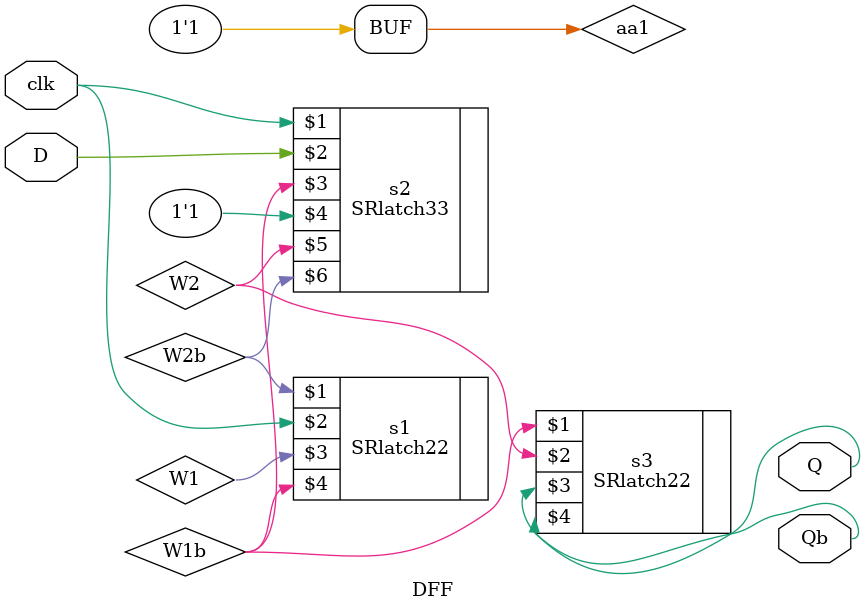
<source format=v>
`timescale 1ns/1ns
module DFF(input D, clk, output Q, Qb);
	wire W1, W1b, W2, W2b;
	reg aa1 = 1;
	SRlatch22 s1(W2b, clk, W1, W1b);
	SRlatch33 s2(clk, D, W1b, aa1, W2, W2b);
	SRlatch22 s3(W1b, W2, Q, Qb);
endmodule



</source>
